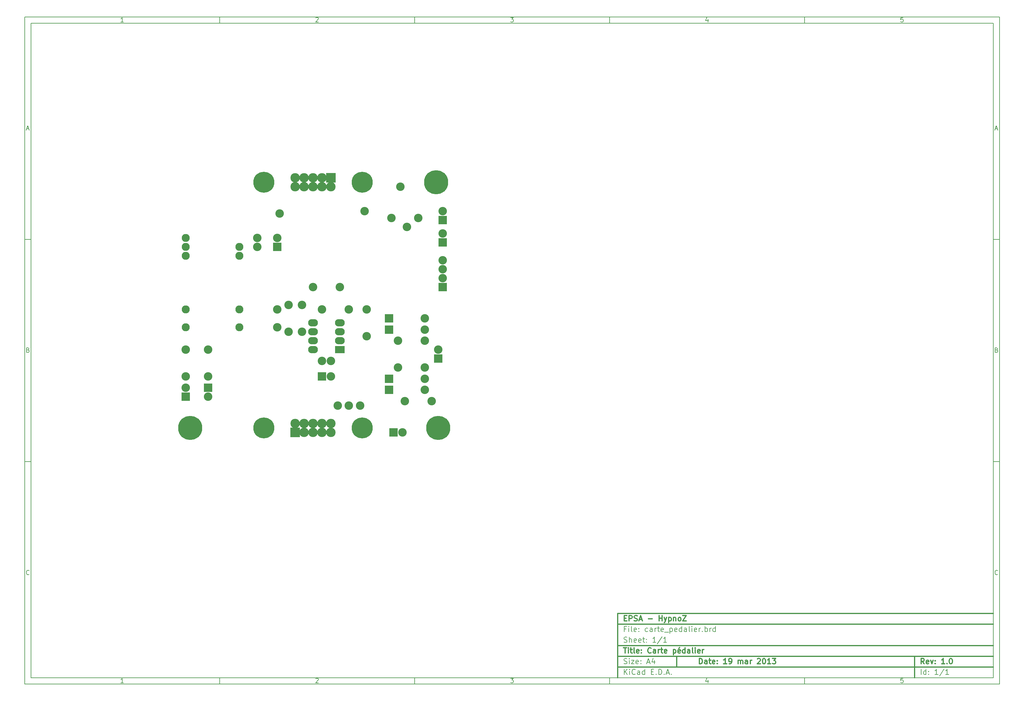
<source format=gbs>
G04 (created by PCBNEW-RS274X (2012-01-19 BZR 3256)-stable) date 19/03/2013 14:37:20*
G01*
G70*
G90*
%MOIN*%
G04 Gerber Fmt 3.4, Leading zero omitted, Abs format*
%FSLAX34Y34*%
G04 APERTURE LIST*
%ADD10C,0.006000*%
%ADD11C,0.012000*%
%ADD12C,0.235000*%
%ADD13R,0.105000X0.105000*%
%ADD14C,0.105000*%
%ADD15C,0.095000*%
%ADD16R,0.095000X0.095000*%
%ADD17C,0.090000*%
%ADD18R,0.110000X0.082000*%
%ADD19O,0.110000X0.082000*%
%ADD20C,0.270000*%
G04 APERTURE END LIST*
G54D10*
X04000Y-04000D02*
X113000Y-04000D01*
X113000Y-78670D01*
X04000Y-78670D01*
X04000Y-04000D01*
X04700Y-04700D02*
X112300Y-04700D01*
X112300Y-77970D01*
X04700Y-77970D01*
X04700Y-04700D01*
X25800Y-04000D02*
X25800Y-04700D01*
X15043Y-04552D02*
X14757Y-04552D01*
X14900Y-04552D02*
X14900Y-04052D01*
X14852Y-04124D01*
X14805Y-04171D01*
X14757Y-04195D01*
X25800Y-78670D02*
X25800Y-77970D01*
X15043Y-78522D02*
X14757Y-78522D01*
X14900Y-78522D02*
X14900Y-78022D01*
X14852Y-78094D01*
X14805Y-78141D01*
X14757Y-78165D01*
X47600Y-04000D02*
X47600Y-04700D01*
X36557Y-04100D02*
X36581Y-04076D01*
X36629Y-04052D01*
X36748Y-04052D01*
X36795Y-04076D01*
X36819Y-04100D01*
X36843Y-04148D01*
X36843Y-04195D01*
X36819Y-04267D01*
X36533Y-04552D01*
X36843Y-04552D01*
X47600Y-78670D02*
X47600Y-77970D01*
X36557Y-78070D02*
X36581Y-78046D01*
X36629Y-78022D01*
X36748Y-78022D01*
X36795Y-78046D01*
X36819Y-78070D01*
X36843Y-78118D01*
X36843Y-78165D01*
X36819Y-78237D01*
X36533Y-78522D01*
X36843Y-78522D01*
X69400Y-04000D02*
X69400Y-04700D01*
X58333Y-04052D02*
X58643Y-04052D01*
X58476Y-04243D01*
X58548Y-04243D01*
X58595Y-04267D01*
X58619Y-04290D01*
X58643Y-04338D01*
X58643Y-04457D01*
X58619Y-04505D01*
X58595Y-04529D01*
X58548Y-04552D01*
X58405Y-04552D01*
X58357Y-04529D01*
X58333Y-04505D01*
X69400Y-78670D02*
X69400Y-77970D01*
X58333Y-78022D02*
X58643Y-78022D01*
X58476Y-78213D01*
X58548Y-78213D01*
X58595Y-78237D01*
X58619Y-78260D01*
X58643Y-78308D01*
X58643Y-78427D01*
X58619Y-78475D01*
X58595Y-78499D01*
X58548Y-78522D01*
X58405Y-78522D01*
X58357Y-78499D01*
X58333Y-78475D01*
X91200Y-04000D02*
X91200Y-04700D01*
X80395Y-04219D02*
X80395Y-04552D01*
X80276Y-04029D02*
X80157Y-04386D01*
X80467Y-04386D01*
X91200Y-78670D02*
X91200Y-77970D01*
X80395Y-78189D02*
X80395Y-78522D01*
X80276Y-77999D02*
X80157Y-78356D01*
X80467Y-78356D01*
X102219Y-04052D02*
X101981Y-04052D01*
X101957Y-04290D01*
X101981Y-04267D01*
X102029Y-04243D01*
X102148Y-04243D01*
X102195Y-04267D01*
X102219Y-04290D01*
X102243Y-04338D01*
X102243Y-04457D01*
X102219Y-04505D01*
X102195Y-04529D01*
X102148Y-04552D01*
X102029Y-04552D01*
X101981Y-04529D01*
X101957Y-04505D01*
X102219Y-78022D02*
X101981Y-78022D01*
X101957Y-78260D01*
X101981Y-78237D01*
X102029Y-78213D01*
X102148Y-78213D01*
X102195Y-78237D01*
X102219Y-78260D01*
X102243Y-78308D01*
X102243Y-78427D01*
X102219Y-78475D01*
X102195Y-78499D01*
X102148Y-78522D01*
X102029Y-78522D01*
X101981Y-78499D01*
X101957Y-78475D01*
X04000Y-28890D02*
X04700Y-28890D01*
X04231Y-16510D02*
X04469Y-16510D01*
X04184Y-16652D02*
X04350Y-16152D01*
X04517Y-16652D01*
X113000Y-28890D02*
X112300Y-28890D01*
X112531Y-16510D02*
X112769Y-16510D01*
X112484Y-16652D02*
X112650Y-16152D01*
X112817Y-16652D01*
X04000Y-53780D02*
X04700Y-53780D01*
X04386Y-41280D02*
X04457Y-41304D01*
X04481Y-41328D01*
X04505Y-41376D01*
X04505Y-41447D01*
X04481Y-41495D01*
X04457Y-41519D01*
X04410Y-41542D01*
X04219Y-41542D01*
X04219Y-41042D01*
X04386Y-41042D01*
X04433Y-41066D01*
X04457Y-41090D01*
X04481Y-41138D01*
X04481Y-41185D01*
X04457Y-41233D01*
X04433Y-41257D01*
X04386Y-41280D01*
X04219Y-41280D01*
X113000Y-53780D02*
X112300Y-53780D01*
X112686Y-41280D02*
X112757Y-41304D01*
X112781Y-41328D01*
X112805Y-41376D01*
X112805Y-41447D01*
X112781Y-41495D01*
X112757Y-41519D01*
X112710Y-41542D01*
X112519Y-41542D01*
X112519Y-41042D01*
X112686Y-41042D01*
X112733Y-41066D01*
X112757Y-41090D01*
X112781Y-41138D01*
X112781Y-41185D01*
X112757Y-41233D01*
X112733Y-41257D01*
X112686Y-41280D01*
X112519Y-41280D01*
X04505Y-66385D02*
X04481Y-66409D01*
X04410Y-66432D01*
X04362Y-66432D01*
X04290Y-66409D01*
X04243Y-66361D01*
X04219Y-66313D01*
X04195Y-66218D01*
X04195Y-66147D01*
X04219Y-66051D01*
X04243Y-66004D01*
X04290Y-65956D01*
X04362Y-65932D01*
X04410Y-65932D01*
X04481Y-65956D01*
X04505Y-65980D01*
X112805Y-66385D02*
X112781Y-66409D01*
X112710Y-66432D01*
X112662Y-66432D01*
X112590Y-66409D01*
X112543Y-66361D01*
X112519Y-66313D01*
X112495Y-66218D01*
X112495Y-66147D01*
X112519Y-66051D01*
X112543Y-66004D01*
X112590Y-65956D01*
X112662Y-65932D01*
X112710Y-65932D01*
X112781Y-65956D01*
X112805Y-65980D01*
G54D11*
X79443Y-76413D02*
X79443Y-75813D01*
X79586Y-75813D01*
X79671Y-75841D01*
X79729Y-75899D01*
X79757Y-75956D01*
X79786Y-76070D01*
X79786Y-76156D01*
X79757Y-76270D01*
X79729Y-76327D01*
X79671Y-76384D01*
X79586Y-76413D01*
X79443Y-76413D01*
X80300Y-76413D02*
X80300Y-76099D01*
X80271Y-76041D01*
X80214Y-76013D01*
X80100Y-76013D01*
X80043Y-76041D01*
X80300Y-76384D02*
X80243Y-76413D01*
X80100Y-76413D01*
X80043Y-76384D01*
X80014Y-76327D01*
X80014Y-76270D01*
X80043Y-76213D01*
X80100Y-76184D01*
X80243Y-76184D01*
X80300Y-76156D01*
X80500Y-76013D02*
X80729Y-76013D01*
X80586Y-75813D02*
X80586Y-76327D01*
X80614Y-76384D01*
X80672Y-76413D01*
X80729Y-76413D01*
X81157Y-76384D02*
X81100Y-76413D01*
X80986Y-76413D01*
X80929Y-76384D01*
X80900Y-76327D01*
X80900Y-76099D01*
X80929Y-76041D01*
X80986Y-76013D01*
X81100Y-76013D01*
X81157Y-76041D01*
X81186Y-76099D01*
X81186Y-76156D01*
X80900Y-76213D01*
X81443Y-76356D02*
X81471Y-76384D01*
X81443Y-76413D01*
X81414Y-76384D01*
X81443Y-76356D01*
X81443Y-76413D01*
X81443Y-76041D02*
X81471Y-76070D01*
X81443Y-76099D01*
X81414Y-76070D01*
X81443Y-76041D01*
X81443Y-76099D01*
X82500Y-76413D02*
X82157Y-76413D01*
X82329Y-76413D02*
X82329Y-75813D01*
X82272Y-75899D01*
X82214Y-75956D01*
X82157Y-75984D01*
X82785Y-76413D02*
X82900Y-76413D01*
X82957Y-76384D01*
X82985Y-76356D01*
X83043Y-76270D01*
X83071Y-76156D01*
X83071Y-75927D01*
X83043Y-75870D01*
X83014Y-75841D01*
X82957Y-75813D01*
X82843Y-75813D01*
X82785Y-75841D01*
X82757Y-75870D01*
X82728Y-75927D01*
X82728Y-76070D01*
X82757Y-76127D01*
X82785Y-76156D01*
X82843Y-76184D01*
X82957Y-76184D01*
X83014Y-76156D01*
X83043Y-76127D01*
X83071Y-76070D01*
X83785Y-76413D02*
X83785Y-76013D01*
X83785Y-76070D02*
X83813Y-76041D01*
X83871Y-76013D01*
X83956Y-76013D01*
X84013Y-76041D01*
X84042Y-76099D01*
X84042Y-76413D01*
X84042Y-76099D02*
X84071Y-76041D01*
X84128Y-76013D01*
X84213Y-76013D01*
X84271Y-76041D01*
X84299Y-76099D01*
X84299Y-76413D01*
X84842Y-76413D02*
X84842Y-76099D01*
X84813Y-76041D01*
X84756Y-76013D01*
X84642Y-76013D01*
X84585Y-76041D01*
X84842Y-76384D02*
X84785Y-76413D01*
X84642Y-76413D01*
X84585Y-76384D01*
X84556Y-76327D01*
X84556Y-76270D01*
X84585Y-76213D01*
X84642Y-76184D01*
X84785Y-76184D01*
X84842Y-76156D01*
X85128Y-76413D02*
X85128Y-76013D01*
X85128Y-76127D02*
X85156Y-76070D01*
X85185Y-76041D01*
X85242Y-76013D01*
X85299Y-76013D01*
X85927Y-75870D02*
X85956Y-75841D01*
X86013Y-75813D01*
X86156Y-75813D01*
X86213Y-75841D01*
X86242Y-75870D01*
X86270Y-75927D01*
X86270Y-75984D01*
X86242Y-76070D01*
X85899Y-76413D01*
X86270Y-76413D01*
X86641Y-75813D02*
X86698Y-75813D01*
X86755Y-75841D01*
X86784Y-75870D01*
X86813Y-75927D01*
X86841Y-76041D01*
X86841Y-76184D01*
X86813Y-76299D01*
X86784Y-76356D01*
X86755Y-76384D01*
X86698Y-76413D01*
X86641Y-76413D01*
X86584Y-76384D01*
X86555Y-76356D01*
X86527Y-76299D01*
X86498Y-76184D01*
X86498Y-76041D01*
X86527Y-75927D01*
X86555Y-75870D01*
X86584Y-75841D01*
X86641Y-75813D01*
X87412Y-76413D02*
X87069Y-76413D01*
X87241Y-76413D02*
X87241Y-75813D01*
X87184Y-75899D01*
X87126Y-75956D01*
X87069Y-75984D01*
X87612Y-75813D02*
X87983Y-75813D01*
X87783Y-76041D01*
X87869Y-76041D01*
X87926Y-76070D01*
X87955Y-76099D01*
X87983Y-76156D01*
X87983Y-76299D01*
X87955Y-76356D01*
X87926Y-76384D01*
X87869Y-76413D01*
X87697Y-76413D01*
X87640Y-76384D01*
X87612Y-76356D01*
G54D10*
X71043Y-77613D02*
X71043Y-77013D01*
X71386Y-77613D02*
X71129Y-77270D01*
X71386Y-77013D02*
X71043Y-77356D01*
X71643Y-77613D02*
X71643Y-77213D01*
X71643Y-77013D02*
X71614Y-77041D01*
X71643Y-77070D01*
X71671Y-77041D01*
X71643Y-77013D01*
X71643Y-77070D01*
X72272Y-77556D02*
X72243Y-77584D01*
X72157Y-77613D01*
X72100Y-77613D01*
X72015Y-77584D01*
X71957Y-77527D01*
X71929Y-77470D01*
X71900Y-77356D01*
X71900Y-77270D01*
X71929Y-77156D01*
X71957Y-77099D01*
X72015Y-77041D01*
X72100Y-77013D01*
X72157Y-77013D01*
X72243Y-77041D01*
X72272Y-77070D01*
X72786Y-77613D02*
X72786Y-77299D01*
X72757Y-77241D01*
X72700Y-77213D01*
X72586Y-77213D01*
X72529Y-77241D01*
X72786Y-77584D02*
X72729Y-77613D01*
X72586Y-77613D01*
X72529Y-77584D01*
X72500Y-77527D01*
X72500Y-77470D01*
X72529Y-77413D01*
X72586Y-77384D01*
X72729Y-77384D01*
X72786Y-77356D01*
X73329Y-77613D02*
X73329Y-77013D01*
X73329Y-77584D02*
X73272Y-77613D01*
X73158Y-77613D01*
X73100Y-77584D01*
X73072Y-77556D01*
X73043Y-77499D01*
X73043Y-77327D01*
X73072Y-77270D01*
X73100Y-77241D01*
X73158Y-77213D01*
X73272Y-77213D01*
X73329Y-77241D01*
X74072Y-77299D02*
X74272Y-77299D01*
X74358Y-77613D02*
X74072Y-77613D01*
X74072Y-77013D01*
X74358Y-77013D01*
X74615Y-77556D02*
X74643Y-77584D01*
X74615Y-77613D01*
X74586Y-77584D01*
X74615Y-77556D01*
X74615Y-77613D01*
X74901Y-77613D02*
X74901Y-77013D01*
X75044Y-77013D01*
X75129Y-77041D01*
X75187Y-77099D01*
X75215Y-77156D01*
X75244Y-77270D01*
X75244Y-77356D01*
X75215Y-77470D01*
X75187Y-77527D01*
X75129Y-77584D01*
X75044Y-77613D01*
X74901Y-77613D01*
X75501Y-77556D02*
X75529Y-77584D01*
X75501Y-77613D01*
X75472Y-77584D01*
X75501Y-77556D01*
X75501Y-77613D01*
X75758Y-77441D02*
X76044Y-77441D01*
X75701Y-77613D02*
X75901Y-77013D01*
X76101Y-77613D01*
X76301Y-77556D02*
X76329Y-77584D01*
X76301Y-77613D01*
X76272Y-77584D01*
X76301Y-77556D01*
X76301Y-77613D01*
G54D11*
X104586Y-76413D02*
X104386Y-76127D01*
X104243Y-76413D02*
X104243Y-75813D01*
X104471Y-75813D01*
X104529Y-75841D01*
X104557Y-75870D01*
X104586Y-75927D01*
X104586Y-76013D01*
X104557Y-76070D01*
X104529Y-76099D01*
X104471Y-76127D01*
X104243Y-76127D01*
X105071Y-76384D02*
X105014Y-76413D01*
X104900Y-76413D01*
X104843Y-76384D01*
X104814Y-76327D01*
X104814Y-76099D01*
X104843Y-76041D01*
X104900Y-76013D01*
X105014Y-76013D01*
X105071Y-76041D01*
X105100Y-76099D01*
X105100Y-76156D01*
X104814Y-76213D01*
X105300Y-76013D02*
X105443Y-76413D01*
X105585Y-76013D01*
X105814Y-76356D02*
X105842Y-76384D01*
X105814Y-76413D01*
X105785Y-76384D01*
X105814Y-76356D01*
X105814Y-76413D01*
X105814Y-76041D02*
X105842Y-76070D01*
X105814Y-76099D01*
X105785Y-76070D01*
X105814Y-76041D01*
X105814Y-76099D01*
X106871Y-76413D02*
X106528Y-76413D01*
X106700Y-76413D02*
X106700Y-75813D01*
X106643Y-75899D01*
X106585Y-75956D01*
X106528Y-75984D01*
X107128Y-76356D02*
X107156Y-76384D01*
X107128Y-76413D01*
X107099Y-76384D01*
X107128Y-76356D01*
X107128Y-76413D01*
X107528Y-75813D02*
X107585Y-75813D01*
X107642Y-75841D01*
X107671Y-75870D01*
X107700Y-75927D01*
X107728Y-76041D01*
X107728Y-76184D01*
X107700Y-76299D01*
X107671Y-76356D01*
X107642Y-76384D01*
X107585Y-76413D01*
X107528Y-76413D01*
X107471Y-76384D01*
X107442Y-76356D01*
X107414Y-76299D01*
X107385Y-76184D01*
X107385Y-76041D01*
X107414Y-75927D01*
X107442Y-75870D01*
X107471Y-75841D01*
X107528Y-75813D01*
G54D10*
X71014Y-76384D02*
X71100Y-76413D01*
X71243Y-76413D01*
X71300Y-76384D01*
X71329Y-76356D01*
X71357Y-76299D01*
X71357Y-76241D01*
X71329Y-76184D01*
X71300Y-76156D01*
X71243Y-76127D01*
X71129Y-76099D01*
X71071Y-76070D01*
X71043Y-76041D01*
X71014Y-75984D01*
X71014Y-75927D01*
X71043Y-75870D01*
X71071Y-75841D01*
X71129Y-75813D01*
X71271Y-75813D01*
X71357Y-75841D01*
X71614Y-76413D02*
X71614Y-76013D01*
X71614Y-75813D02*
X71585Y-75841D01*
X71614Y-75870D01*
X71642Y-75841D01*
X71614Y-75813D01*
X71614Y-75870D01*
X71843Y-76013D02*
X72157Y-76013D01*
X71843Y-76413D01*
X72157Y-76413D01*
X72614Y-76384D02*
X72557Y-76413D01*
X72443Y-76413D01*
X72386Y-76384D01*
X72357Y-76327D01*
X72357Y-76099D01*
X72386Y-76041D01*
X72443Y-76013D01*
X72557Y-76013D01*
X72614Y-76041D01*
X72643Y-76099D01*
X72643Y-76156D01*
X72357Y-76213D01*
X72900Y-76356D02*
X72928Y-76384D01*
X72900Y-76413D01*
X72871Y-76384D01*
X72900Y-76356D01*
X72900Y-76413D01*
X72900Y-76041D02*
X72928Y-76070D01*
X72900Y-76099D01*
X72871Y-76070D01*
X72900Y-76041D01*
X72900Y-76099D01*
X73614Y-76241D02*
X73900Y-76241D01*
X73557Y-76413D02*
X73757Y-75813D01*
X73957Y-76413D01*
X74414Y-76013D02*
X74414Y-76413D01*
X74271Y-75784D02*
X74128Y-76213D01*
X74500Y-76213D01*
X104243Y-77613D02*
X104243Y-77013D01*
X104786Y-77613D02*
X104786Y-77013D01*
X104786Y-77584D02*
X104729Y-77613D01*
X104615Y-77613D01*
X104557Y-77584D01*
X104529Y-77556D01*
X104500Y-77499D01*
X104500Y-77327D01*
X104529Y-77270D01*
X104557Y-77241D01*
X104615Y-77213D01*
X104729Y-77213D01*
X104786Y-77241D01*
X105072Y-77556D02*
X105100Y-77584D01*
X105072Y-77613D01*
X105043Y-77584D01*
X105072Y-77556D01*
X105072Y-77613D01*
X105072Y-77241D02*
X105100Y-77270D01*
X105072Y-77299D01*
X105043Y-77270D01*
X105072Y-77241D01*
X105072Y-77299D01*
X106129Y-77613D02*
X105786Y-77613D01*
X105958Y-77613D02*
X105958Y-77013D01*
X105901Y-77099D01*
X105843Y-77156D01*
X105786Y-77184D01*
X106814Y-76984D02*
X106300Y-77756D01*
X107329Y-77613D02*
X106986Y-77613D01*
X107158Y-77613D02*
X107158Y-77013D01*
X107101Y-77099D01*
X107043Y-77156D01*
X106986Y-77184D01*
G54D11*
X70957Y-74613D02*
X71300Y-74613D01*
X71129Y-75213D02*
X71129Y-74613D01*
X71500Y-75213D02*
X71500Y-74813D01*
X71500Y-74613D02*
X71471Y-74641D01*
X71500Y-74670D01*
X71528Y-74641D01*
X71500Y-74613D01*
X71500Y-74670D01*
X71700Y-74813D02*
X71929Y-74813D01*
X71786Y-74613D02*
X71786Y-75127D01*
X71814Y-75184D01*
X71872Y-75213D01*
X71929Y-75213D01*
X72215Y-75213D02*
X72157Y-75184D01*
X72129Y-75127D01*
X72129Y-74613D01*
X72671Y-75184D02*
X72614Y-75213D01*
X72500Y-75213D01*
X72443Y-75184D01*
X72414Y-75127D01*
X72414Y-74899D01*
X72443Y-74841D01*
X72500Y-74813D01*
X72614Y-74813D01*
X72671Y-74841D01*
X72700Y-74899D01*
X72700Y-74956D01*
X72414Y-75013D01*
X72957Y-75156D02*
X72985Y-75184D01*
X72957Y-75213D01*
X72928Y-75184D01*
X72957Y-75156D01*
X72957Y-75213D01*
X72957Y-74841D02*
X72985Y-74870D01*
X72957Y-74899D01*
X72928Y-74870D01*
X72957Y-74841D01*
X72957Y-74899D01*
X74043Y-75156D02*
X74014Y-75184D01*
X73928Y-75213D01*
X73871Y-75213D01*
X73786Y-75184D01*
X73728Y-75127D01*
X73700Y-75070D01*
X73671Y-74956D01*
X73671Y-74870D01*
X73700Y-74756D01*
X73728Y-74699D01*
X73786Y-74641D01*
X73871Y-74613D01*
X73928Y-74613D01*
X74014Y-74641D01*
X74043Y-74670D01*
X74557Y-75213D02*
X74557Y-74899D01*
X74528Y-74841D01*
X74471Y-74813D01*
X74357Y-74813D01*
X74300Y-74841D01*
X74557Y-75184D02*
X74500Y-75213D01*
X74357Y-75213D01*
X74300Y-75184D01*
X74271Y-75127D01*
X74271Y-75070D01*
X74300Y-75013D01*
X74357Y-74984D01*
X74500Y-74984D01*
X74557Y-74956D01*
X74843Y-75213D02*
X74843Y-74813D01*
X74843Y-74927D02*
X74871Y-74870D01*
X74900Y-74841D01*
X74957Y-74813D01*
X75014Y-74813D01*
X75128Y-74813D02*
X75357Y-74813D01*
X75214Y-74613D02*
X75214Y-75127D01*
X75242Y-75184D01*
X75300Y-75213D01*
X75357Y-75213D01*
X75785Y-75184D02*
X75728Y-75213D01*
X75614Y-75213D01*
X75557Y-75184D01*
X75528Y-75127D01*
X75528Y-74899D01*
X75557Y-74841D01*
X75614Y-74813D01*
X75728Y-74813D01*
X75785Y-74841D01*
X75814Y-74899D01*
X75814Y-74956D01*
X75528Y-75013D01*
X76528Y-74813D02*
X76528Y-75413D01*
X76528Y-74841D02*
X76585Y-74813D01*
X76699Y-74813D01*
X76756Y-74841D01*
X76785Y-74870D01*
X76814Y-74927D01*
X76814Y-75099D01*
X76785Y-75156D01*
X76756Y-75184D01*
X76699Y-75213D01*
X76585Y-75213D01*
X76528Y-75184D01*
X77299Y-75184D02*
X77242Y-75213D01*
X77128Y-75213D01*
X77071Y-75184D01*
X77042Y-75127D01*
X77042Y-74899D01*
X77071Y-74841D01*
X77128Y-74813D01*
X77242Y-74813D01*
X77299Y-74841D01*
X77328Y-74899D01*
X77328Y-74956D01*
X77042Y-75013D01*
X77242Y-74584D02*
X77157Y-74670D01*
X77842Y-75213D02*
X77842Y-74613D01*
X77842Y-75184D02*
X77785Y-75213D01*
X77671Y-75213D01*
X77613Y-75184D01*
X77585Y-75156D01*
X77556Y-75099D01*
X77556Y-74927D01*
X77585Y-74870D01*
X77613Y-74841D01*
X77671Y-74813D01*
X77785Y-74813D01*
X77842Y-74841D01*
X78385Y-75213D02*
X78385Y-74899D01*
X78356Y-74841D01*
X78299Y-74813D01*
X78185Y-74813D01*
X78128Y-74841D01*
X78385Y-75184D02*
X78328Y-75213D01*
X78185Y-75213D01*
X78128Y-75184D01*
X78099Y-75127D01*
X78099Y-75070D01*
X78128Y-75013D01*
X78185Y-74984D01*
X78328Y-74984D01*
X78385Y-74956D01*
X78757Y-75213D02*
X78699Y-75184D01*
X78671Y-75127D01*
X78671Y-74613D01*
X78985Y-75213D02*
X78985Y-74813D01*
X78985Y-74613D02*
X78956Y-74641D01*
X78985Y-74670D01*
X79013Y-74641D01*
X78985Y-74613D01*
X78985Y-74670D01*
X79499Y-75184D02*
X79442Y-75213D01*
X79328Y-75213D01*
X79271Y-75184D01*
X79242Y-75127D01*
X79242Y-74899D01*
X79271Y-74841D01*
X79328Y-74813D01*
X79442Y-74813D01*
X79499Y-74841D01*
X79528Y-74899D01*
X79528Y-74956D01*
X79242Y-75013D01*
X79785Y-75213D02*
X79785Y-74813D01*
X79785Y-74927D02*
X79813Y-74870D01*
X79842Y-74841D01*
X79899Y-74813D01*
X79956Y-74813D01*
G54D10*
X71243Y-72499D02*
X71043Y-72499D01*
X71043Y-72813D02*
X71043Y-72213D01*
X71329Y-72213D01*
X71557Y-72813D02*
X71557Y-72413D01*
X71557Y-72213D02*
X71528Y-72241D01*
X71557Y-72270D01*
X71585Y-72241D01*
X71557Y-72213D01*
X71557Y-72270D01*
X71929Y-72813D02*
X71871Y-72784D01*
X71843Y-72727D01*
X71843Y-72213D01*
X72385Y-72784D02*
X72328Y-72813D01*
X72214Y-72813D01*
X72157Y-72784D01*
X72128Y-72727D01*
X72128Y-72499D01*
X72157Y-72441D01*
X72214Y-72413D01*
X72328Y-72413D01*
X72385Y-72441D01*
X72414Y-72499D01*
X72414Y-72556D01*
X72128Y-72613D01*
X72671Y-72756D02*
X72699Y-72784D01*
X72671Y-72813D01*
X72642Y-72784D01*
X72671Y-72756D01*
X72671Y-72813D01*
X72671Y-72441D02*
X72699Y-72470D01*
X72671Y-72499D01*
X72642Y-72470D01*
X72671Y-72441D01*
X72671Y-72499D01*
X73671Y-72784D02*
X73614Y-72813D01*
X73500Y-72813D01*
X73442Y-72784D01*
X73414Y-72756D01*
X73385Y-72699D01*
X73385Y-72527D01*
X73414Y-72470D01*
X73442Y-72441D01*
X73500Y-72413D01*
X73614Y-72413D01*
X73671Y-72441D01*
X74185Y-72813D02*
X74185Y-72499D01*
X74156Y-72441D01*
X74099Y-72413D01*
X73985Y-72413D01*
X73928Y-72441D01*
X74185Y-72784D02*
X74128Y-72813D01*
X73985Y-72813D01*
X73928Y-72784D01*
X73899Y-72727D01*
X73899Y-72670D01*
X73928Y-72613D01*
X73985Y-72584D01*
X74128Y-72584D01*
X74185Y-72556D01*
X74471Y-72813D02*
X74471Y-72413D01*
X74471Y-72527D02*
X74499Y-72470D01*
X74528Y-72441D01*
X74585Y-72413D01*
X74642Y-72413D01*
X74756Y-72413D02*
X74985Y-72413D01*
X74842Y-72213D02*
X74842Y-72727D01*
X74870Y-72784D01*
X74928Y-72813D01*
X74985Y-72813D01*
X75413Y-72784D02*
X75356Y-72813D01*
X75242Y-72813D01*
X75185Y-72784D01*
X75156Y-72727D01*
X75156Y-72499D01*
X75185Y-72441D01*
X75242Y-72413D01*
X75356Y-72413D01*
X75413Y-72441D01*
X75442Y-72499D01*
X75442Y-72556D01*
X75156Y-72613D01*
X75556Y-72870D02*
X76013Y-72870D01*
X76156Y-72413D02*
X76156Y-73013D01*
X76156Y-72441D02*
X76213Y-72413D01*
X76327Y-72413D01*
X76384Y-72441D01*
X76413Y-72470D01*
X76442Y-72527D01*
X76442Y-72699D01*
X76413Y-72756D01*
X76384Y-72784D01*
X76327Y-72813D01*
X76213Y-72813D01*
X76156Y-72784D01*
X76927Y-72784D02*
X76870Y-72813D01*
X76756Y-72813D01*
X76699Y-72784D01*
X76670Y-72727D01*
X76670Y-72499D01*
X76699Y-72441D01*
X76756Y-72413D01*
X76870Y-72413D01*
X76927Y-72441D01*
X76956Y-72499D01*
X76956Y-72556D01*
X76670Y-72613D01*
X77470Y-72813D02*
X77470Y-72213D01*
X77470Y-72784D02*
X77413Y-72813D01*
X77299Y-72813D01*
X77241Y-72784D01*
X77213Y-72756D01*
X77184Y-72699D01*
X77184Y-72527D01*
X77213Y-72470D01*
X77241Y-72441D01*
X77299Y-72413D01*
X77413Y-72413D01*
X77470Y-72441D01*
X78013Y-72813D02*
X78013Y-72499D01*
X77984Y-72441D01*
X77927Y-72413D01*
X77813Y-72413D01*
X77756Y-72441D01*
X78013Y-72784D02*
X77956Y-72813D01*
X77813Y-72813D01*
X77756Y-72784D01*
X77727Y-72727D01*
X77727Y-72670D01*
X77756Y-72613D01*
X77813Y-72584D01*
X77956Y-72584D01*
X78013Y-72556D01*
X78385Y-72813D02*
X78327Y-72784D01*
X78299Y-72727D01*
X78299Y-72213D01*
X78613Y-72813D02*
X78613Y-72413D01*
X78613Y-72213D02*
X78584Y-72241D01*
X78613Y-72270D01*
X78641Y-72241D01*
X78613Y-72213D01*
X78613Y-72270D01*
X79127Y-72784D02*
X79070Y-72813D01*
X78956Y-72813D01*
X78899Y-72784D01*
X78870Y-72727D01*
X78870Y-72499D01*
X78899Y-72441D01*
X78956Y-72413D01*
X79070Y-72413D01*
X79127Y-72441D01*
X79156Y-72499D01*
X79156Y-72556D01*
X78870Y-72613D01*
X79413Y-72813D02*
X79413Y-72413D01*
X79413Y-72527D02*
X79441Y-72470D01*
X79470Y-72441D01*
X79527Y-72413D01*
X79584Y-72413D01*
X79784Y-72756D02*
X79812Y-72784D01*
X79784Y-72813D01*
X79755Y-72784D01*
X79784Y-72756D01*
X79784Y-72813D01*
X80070Y-72813D02*
X80070Y-72213D01*
X80070Y-72441D02*
X80127Y-72413D01*
X80241Y-72413D01*
X80298Y-72441D01*
X80327Y-72470D01*
X80356Y-72527D01*
X80356Y-72699D01*
X80327Y-72756D01*
X80298Y-72784D01*
X80241Y-72813D01*
X80127Y-72813D01*
X80070Y-72784D01*
X80613Y-72813D02*
X80613Y-72413D01*
X80613Y-72527D02*
X80641Y-72470D01*
X80670Y-72441D01*
X80727Y-72413D01*
X80784Y-72413D01*
X81241Y-72813D02*
X81241Y-72213D01*
X81241Y-72784D02*
X81184Y-72813D01*
X81070Y-72813D01*
X81012Y-72784D01*
X80984Y-72756D01*
X80955Y-72699D01*
X80955Y-72527D01*
X80984Y-72470D01*
X81012Y-72441D01*
X81070Y-72413D01*
X81184Y-72413D01*
X81241Y-72441D01*
X71014Y-73984D02*
X71100Y-74013D01*
X71243Y-74013D01*
X71300Y-73984D01*
X71329Y-73956D01*
X71357Y-73899D01*
X71357Y-73841D01*
X71329Y-73784D01*
X71300Y-73756D01*
X71243Y-73727D01*
X71129Y-73699D01*
X71071Y-73670D01*
X71043Y-73641D01*
X71014Y-73584D01*
X71014Y-73527D01*
X71043Y-73470D01*
X71071Y-73441D01*
X71129Y-73413D01*
X71271Y-73413D01*
X71357Y-73441D01*
X71614Y-74013D02*
X71614Y-73413D01*
X71871Y-74013D02*
X71871Y-73699D01*
X71842Y-73641D01*
X71785Y-73613D01*
X71700Y-73613D01*
X71642Y-73641D01*
X71614Y-73670D01*
X72385Y-73984D02*
X72328Y-74013D01*
X72214Y-74013D01*
X72157Y-73984D01*
X72128Y-73927D01*
X72128Y-73699D01*
X72157Y-73641D01*
X72214Y-73613D01*
X72328Y-73613D01*
X72385Y-73641D01*
X72414Y-73699D01*
X72414Y-73756D01*
X72128Y-73813D01*
X72899Y-73984D02*
X72842Y-74013D01*
X72728Y-74013D01*
X72671Y-73984D01*
X72642Y-73927D01*
X72642Y-73699D01*
X72671Y-73641D01*
X72728Y-73613D01*
X72842Y-73613D01*
X72899Y-73641D01*
X72928Y-73699D01*
X72928Y-73756D01*
X72642Y-73813D01*
X73099Y-73613D02*
X73328Y-73613D01*
X73185Y-73413D02*
X73185Y-73927D01*
X73213Y-73984D01*
X73271Y-74013D01*
X73328Y-74013D01*
X73528Y-73956D02*
X73556Y-73984D01*
X73528Y-74013D01*
X73499Y-73984D01*
X73528Y-73956D01*
X73528Y-74013D01*
X73528Y-73641D02*
X73556Y-73670D01*
X73528Y-73699D01*
X73499Y-73670D01*
X73528Y-73641D01*
X73528Y-73699D01*
X74585Y-74013D02*
X74242Y-74013D01*
X74414Y-74013D02*
X74414Y-73413D01*
X74357Y-73499D01*
X74299Y-73556D01*
X74242Y-73584D01*
X75270Y-73384D02*
X74756Y-74156D01*
X75785Y-74013D02*
X75442Y-74013D01*
X75614Y-74013D02*
X75614Y-73413D01*
X75557Y-73499D01*
X75499Y-73556D01*
X75442Y-73584D01*
G54D11*
X71043Y-71299D02*
X71243Y-71299D01*
X71329Y-71613D02*
X71043Y-71613D01*
X71043Y-71013D01*
X71329Y-71013D01*
X71586Y-71613D02*
X71586Y-71013D01*
X71814Y-71013D01*
X71872Y-71041D01*
X71900Y-71070D01*
X71929Y-71127D01*
X71929Y-71213D01*
X71900Y-71270D01*
X71872Y-71299D01*
X71814Y-71327D01*
X71586Y-71327D01*
X72157Y-71584D02*
X72243Y-71613D01*
X72386Y-71613D01*
X72443Y-71584D01*
X72472Y-71556D01*
X72500Y-71499D01*
X72500Y-71441D01*
X72472Y-71384D01*
X72443Y-71356D01*
X72386Y-71327D01*
X72272Y-71299D01*
X72214Y-71270D01*
X72186Y-71241D01*
X72157Y-71184D01*
X72157Y-71127D01*
X72186Y-71070D01*
X72214Y-71041D01*
X72272Y-71013D01*
X72414Y-71013D01*
X72500Y-71041D01*
X72728Y-71441D02*
X73014Y-71441D01*
X72671Y-71613D02*
X72871Y-71013D01*
X73071Y-71613D01*
X73728Y-71384D02*
X74185Y-71384D01*
X74928Y-71613D02*
X74928Y-71013D01*
X74928Y-71299D02*
X75271Y-71299D01*
X75271Y-71613D02*
X75271Y-71013D01*
X75500Y-71213D02*
X75643Y-71613D01*
X75785Y-71213D02*
X75643Y-71613D01*
X75585Y-71756D01*
X75557Y-71784D01*
X75500Y-71813D01*
X76014Y-71213D02*
X76014Y-71813D01*
X76014Y-71241D02*
X76071Y-71213D01*
X76185Y-71213D01*
X76242Y-71241D01*
X76271Y-71270D01*
X76300Y-71327D01*
X76300Y-71499D01*
X76271Y-71556D01*
X76242Y-71584D01*
X76185Y-71613D01*
X76071Y-71613D01*
X76014Y-71584D01*
X76557Y-71213D02*
X76557Y-71613D01*
X76557Y-71270D02*
X76585Y-71241D01*
X76643Y-71213D01*
X76728Y-71213D01*
X76785Y-71241D01*
X76814Y-71299D01*
X76814Y-71613D01*
X77186Y-71613D02*
X77128Y-71584D01*
X77100Y-71556D01*
X77071Y-71499D01*
X77071Y-71327D01*
X77100Y-71270D01*
X77128Y-71241D01*
X77186Y-71213D01*
X77271Y-71213D01*
X77328Y-71241D01*
X77357Y-71270D01*
X77386Y-71327D01*
X77386Y-71499D01*
X77357Y-71556D01*
X77328Y-71584D01*
X77271Y-71613D01*
X77186Y-71613D01*
X77586Y-71013D02*
X77986Y-71013D01*
X77586Y-71613D01*
X77986Y-71613D01*
X70300Y-70770D02*
X70300Y-77970D01*
X70300Y-71970D02*
X112300Y-71970D01*
X70300Y-70770D02*
X112300Y-70770D01*
X70300Y-74370D02*
X112300Y-74370D01*
X103500Y-75570D02*
X103500Y-77970D01*
X70300Y-76770D02*
X112300Y-76770D01*
X70300Y-75570D02*
X112300Y-75570D01*
X76900Y-75570D02*
X76900Y-76770D01*
G54D12*
X30750Y-50000D03*
X41750Y-50000D03*
G54D13*
X34250Y-50500D03*
G54D14*
X34250Y-49500D03*
X35250Y-50500D03*
X35250Y-49500D03*
X36250Y-50500D03*
X36250Y-49500D03*
X37250Y-50500D03*
X37250Y-49500D03*
X38250Y-50500D03*
X38250Y-49500D03*
G54D12*
X41750Y-22500D03*
X30750Y-22500D03*
G54D13*
X38250Y-22000D03*
G54D14*
X38250Y-23000D03*
X37250Y-22000D03*
X37250Y-23000D03*
X36250Y-22000D03*
X36250Y-23000D03*
X35250Y-22000D03*
X35250Y-23000D03*
X34250Y-22000D03*
X34250Y-23000D03*
G54D15*
X37250Y-42500D03*
X38250Y-42500D03*
X30000Y-29750D03*
X30000Y-28750D03*
G54D16*
X37250Y-44250D03*
G54D15*
X38250Y-44250D03*
G54D16*
X32250Y-29750D03*
G54D15*
X32250Y-28750D03*
X32250Y-38750D03*
X32250Y-36750D03*
X48750Y-37750D03*
G54D16*
X44750Y-37750D03*
G54D15*
X48750Y-45750D03*
G54D16*
X44750Y-45750D03*
G54D15*
X48750Y-39000D03*
G54D16*
X44750Y-39000D03*
G54D15*
X48750Y-44500D03*
G54D16*
X44750Y-44500D03*
X50750Y-29250D03*
G54D15*
X50750Y-28250D03*
G54D16*
X50750Y-26750D03*
G54D15*
X50750Y-25750D03*
G54D16*
X45250Y-50500D03*
G54D15*
X46250Y-50500D03*
G54D16*
X50250Y-42250D03*
G54D15*
X50250Y-41250D03*
X50750Y-31250D03*
X50750Y-32250D03*
G54D16*
X50750Y-34250D03*
G54D15*
X50750Y-33250D03*
G54D16*
X22000Y-46500D03*
G54D15*
X22000Y-45500D03*
G54D16*
X24500Y-45500D03*
G54D15*
X24500Y-46500D03*
X24500Y-41250D03*
X24500Y-44250D03*
X46500Y-47000D03*
X49500Y-47000D03*
X48000Y-26500D03*
X45000Y-26500D03*
X22000Y-41250D03*
X22000Y-44250D03*
X40250Y-36750D03*
X37250Y-36750D03*
X48750Y-43250D03*
X45750Y-43250D03*
X48750Y-40250D03*
X45750Y-40250D03*
X35000Y-36250D03*
X35000Y-39250D03*
X33500Y-36250D03*
X33500Y-39250D03*
X36250Y-34250D03*
X39250Y-34250D03*
X42250Y-39750D03*
X42250Y-36750D03*
G54D17*
X22000Y-28750D03*
X22000Y-29750D03*
X22000Y-30750D03*
X22000Y-36750D03*
X22000Y-38750D03*
X28000Y-38750D03*
X28000Y-36750D03*
X28000Y-30750D03*
X28000Y-29750D03*
G54D18*
X39250Y-41250D03*
G54D19*
X39250Y-40250D03*
X39250Y-39250D03*
X39250Y-38250D03*
X36250Y-38250D03*
X36250Y-39250D03*
X36250Y-40250D03*
X36250Y-41250D03*
G54D20*
X50000Y-22500D03*
X50250Y-50000D03*
X22500Y-50000D03*
G54D15*
X46750Y-27500D03*
X39000Y-47500D03*
X42000Y-25750D03*
X40250Y-47500D03*
X32500Y-26000D03*
X41500Y-47500D03*
X46000Y-23000D03*
M02*

</source>
